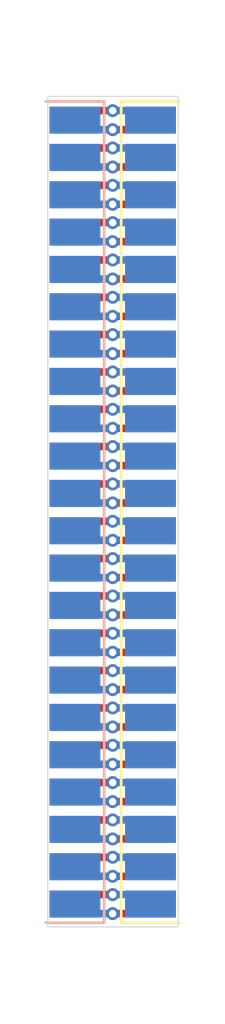
<source format=kicad_pcb>
(kicad_pcb (version 20211014) (generator pcbnew)
  (layers (0 "F.Cu" signal) (31 "B.Cu" signal) (34 "B.Paste" user) (35 "F.Paste" user) (36 "B.SilkS" user "B.Silkscreen") (37 "F.SilkS" user "F.Silkscreen") (38 "B.Mask" user) (39 "F.Mask" user) (44 "Edge.Cuts" user))
  (net 0 "")
  (net 1 "+5V")
  (net 2 "GND")
  (net 3 "/_CS1")
  (net 4 "/DA2")
  (net 5 "/PDIAG")
  (net 6 "/_IOCS16")
  (net 7 "/CSEL")
  (net 8 "/KEY")
  (net 9 "/DD15")
  (net 10 "/DD14")
  (net 11 "/DD13")
  (net 12 "/DD12")
  (net 13 "/DD11")
  (net 14 "/DD10")
  (net 15 "/DD9")
  (net 16 "/DD8")
  (net 17 "/_ACTIVE")
  (net 18 "/_CS0")
  (net 19 "/DA0")
  (net 20 "/DA1")
  (net 21 "/INTRQ")
  (net 22 "/_DMACK")
  (net 23 "/IORDY")
  (net 24 "/_DIOR")
  (net 25 "/_DIOW")
  (net 26 "/DMARQ")
  (net 27 "/DD0")
  (net 28 "/DD1")
  (net 29 "/DD2")
  (net 30 "/DD3")
  (net 31 "/DD4")
  (net 32 "/DD5")
  (net 33 "/DD6")
  (net 34 "/DD7")
  (net 35 "/_DRESET")
  (net 36 "/_TYPE")
  (footprint "Sassa:Pin_Header_2x22_Male_EdgeMount_Pitch2.00mm" (layer "F.Cu") (at 199.517 73.025 90)
    (fp_text reference "J2" hide)
    (fp_text value "IDE 44 output")
    (fp_line (start 1 -1.575) (end -43 -1.575) (layer "F.SilkS") (width 0.15))
    (fp_line (start 1 1.575) (end 1 -1.575) (layer "F.SilkS") (width 0.15))
    (fp_line (start -43 1.575) (end -43 -1.575) (layer "F.SilkS") (width 0.15))
    (pad "1" smd rect locked (at 0 0 90) (size 1.454 2.74) (layers "F.Cu" "F.Paste" "F.Mask") (net 35 "/_DRESET"))
    (pad "2" smd rect locked (at 0 0 90) (size 1.454 2.74) (layers "B.Cu" "B.Paste" "B.Mask") (net 2 "GND"))
    (pad "3" smd rect locked (at -2 0 90) (size 1.454 2.74) (layers "F.Cu" "F.Paste" "F.Mask") (net 34 "/DD7"))
    (pad "4" smd rect locked (at -2 0 90) (size 1.454 2.74) (layers "B.Cu" "B.Paste" "B.Mask") (net 16 "/DD8"))
    (pad "5" smd rect locked (at -4 0 90) (size 1.454 2.74) (layers "F.Cu" "F.Paste" "F.Mask") (net 33 "/DD6"))
    (pad "6" smd rect locked (at -4 0 90) (size 1.454 2.74) (layers "B.Cu" "B.Paste" "B.Mask") (net 15 "/DD9"))
    (pad "7" smd rect locked (at -6 0 90) (size 1.454 2.74) (layers "F.Cu" "F.Paste" "F.Mask") (net 32 "/DD5"))
    (pad "8" smd rect locked (at -6 0 90) (size 1.454 2.74) (layers "B.Cu" "B.Paste" "B.Mask") (net 14 "/DD10"))
    (pad "9" smd rect locked (at -8 0 90) (size 1.454 2.74) (layers "F.Cu" "F.Paste" "F.Mask") (net 31 "/DD4"))
    (pad "10" smd rect locked (at -8 0 90) (size 1.454 2.74) (layers "B.Cu" "B.Paste" "B.Mask") (net 13 "/DD11"))
    (pad "11" smd rect locked (at -10 0 90) (size 1.454 2.74) (layers "F.Cu" "F.Paste" "F.Mask") (net 30 "/DD3"))
    (pad "12" smd rect locked (at -10 0 90) (size 1.454 2.74) (layers "B.Cu" "B.Paste" "B.Mask") (net 12 "/DD12"))
    (pad "13" smd rect locked (at -12 0 90) (size 1.454 2.74) (layers "F.Cu" "F.Paste" "F.Mask") (net 29 "/DD2"))
    (pad "14" smd rect locked (at -12 0 90) (size 1.454 2.74) (layers "B.Cu" "B.Paste" "B.Mask") (net 11 "/DD13"))
    (pad "15" smd rect locked (at -14 0 90) (size 1.454 2.74) (layers "F.Cu" "F.Paste" "F.Mask") (net 28 "/DD1"))
    (pad "16" smd rect locked (at -14 0 90) (size 1.454 2.74) (layers "B.Cu" "B.Paste" "B.Mask") (net 10 "/DD14"))
    (pad "17" smd rect locked (at -16 0 90) (size 1.454 2.74) (layers "F.Cu" "F.Paste" "F.Mask") (net 27 "/DD0"))
    (pad "18" smd rect locked (at -16 0 90) (size 1.454 2.74) (layers "B.Cu" "B.Paste" "B.Mask") (net 9 "/DD15"))
    (pad "19" smd rect locked (at -18 0 90) (size 1.454 2.74) (layers "F.Cu" "F.Paste" "F.Mask") (net 2 "GND"))
    (pad "20" smd rect locked (at -18 0 90) (size 1.454 2.74) (layers "B.Cu" "B.Paste" "B.Mask") (net 8 "/KEY"))
    (pad "21" smd rect locked (at -20 0 90) (size 1.454 2.74) (layers "F.Cu" "F.Paste" "F.Mask") (net 26 "/DMARQ"))
    (pad "22" smd rect locked (at -20 0 90) (size 1.454 2.74) (layers "B.Cu" "B.Paste" "B.Mask") (net 2 "GND"))
    (pad "23" smd rect locked (at -22 0 90) (size 1.454 2.74) (layers "F.Cu" "F.Paste" "F.Mask") (net 25 "/_DIOW"))
    (pad "24" smd rect locked (at -22 0 90) (size 1.454 2.74) (layers "B.Cu" "B.Paste" "B.Mask") (net 2 "GND"))
    (pad "25" smd rect locked (at -24 0 90) (size 1.454 2.74) (layers "F.Cu" "F.Paste" "F.Mask") (net 24 "/_DIOR"))
    (pad "26" smd rect locked (at -24 0 90) (size 1.454 2.74) (layers "B.Cu" "B.Paste" "B.Mask") (net 2 "GND"))
    (pad "27" smd rect locked (at -26 0 90) (size 1.454 2.74) (layers "F.Cu" "F.Paste" "F.Mask") (net 23 "/IORDY"))
    (pad "28" smd rect locked (at -26 0 90) (size 1.454 2.74) (layers "B.Cu" "B.Paste" "B.Mask") (net 7 "/CSEL"))
    (pad "29" smd rect locked (at -28 0 90) (size 1.454 2.74) (layers "F.Cu" "F.Paste" "F.Mask") (net 22 "/_DMACK"))
    (pad "30" smd rect locked (at -28 0 90) (size 1.454 2.74) (layers "B.Cu" "B.Paste" "B.Mask") (net 2 "GND"))
    (pad "31" smd rect locked (at -30 0 90) (size 1.454 2.74) (layers "F.Cu" "F.Paste" "F.Mask") (net 21 "/INTRQ"))
    (pad "32" smd rect locked (at -30 0 90) (size 1.454 2.74) (layers "B.Cu" "B.Paste" "B.Mask") (net 6 "/_IOCS16"))
    (pad "33" smd rect locked (at -32 0 90) (size 1.454 2.74) (layers "F.Cu" "F.Paste" "F.Mask") (net 20 "/DA1"))
    (pad "34" smd rect locked (at -32 0 90) (size 1.454 2.74) (layers "B.Cu" "B.Paste" "B.Mask") (net 5 "/PDIAG"))
    (pad "35" smd rect locked (at -34 0 90) (size 1.454 2.74) (layers "F.Cu" "F.Paste" "F.Mask") (net 19 "/DA0"))
    (pad "36" smd rect locked (at -34 0 90) (size 1.454 2.74) (layers "B.Cu" "B.Paste" "B.Mask") (net 4 "/DA2"))
    (pad "37" smd rect locked (at -36 0 90) (size 1.454 2.74) (layers "F.Cu" "F.Paste" "F.Mask") (net 18 "/_CS0"))
    (pad "38" smd rect locked (at -36 0 90) (size 1.454 2.74) (layers "B.Cu" "B.Paste" "B.Mask") (net 3 "/_CS1"))
    (pad "39" smd rect locked (at -38 0 90) (size 1.454 2.74) (layers "F.Cu" "F.Paste" "F.Mask") (net 17 "/_ACTIVE"))
    (pad "40" smd rect locked (at -38 0 90) (size 1.454 2.74) (layers "B.Cu" "B.Paste" "B.Mask") (net 2 "GND"))
    (pad "41" smd rect locked (at -40 0 90) (size 1.454 2.74) (layers "F.Cu" "F.Paste" "F.Mask") (net 1 "+5V"))
    (pad "42" smd rect locked (at -40 0 90) (size 1.454 2.74) (layers "B.Cu" "B.Paste" "B.Mask") (net 1 "+5V"))
    (pad "43" smd rect locked (at -42 0 90) (size 1.454 2.74) (layers "F.Cu" "F.Paste" "F.Mask") (net 2 "GND"))
    (pad "44" smd rect locked (at -42 0 90) (size 1.454 2.74) (layers "B.Cu" "B.Paste" "B.Mask") (net 36 "/_TYPE"))
  )
  (footprint "Sassa:Pin_Header_2x22_Male_EdgeMount_Pitch2.00mm" (layer "B.Cu") (at 195.453 73.025 90)
    (fp_text reference "J1" hide)
    (fp_text value "IDE 44 input")
    (fp_line (start 1 -1.575) (end 1 1.575) (layer "B.SilkS") (width 0.15))
    (fp_line (start -43 -1.575) (end -43 1.575) (layer "B.SilkS") (width 0.15))
    (fp_line (start 1 1.575) (end -43 1.575) (layer "B.SilkS") (width 0.15))
    (pad "1" smd rect locked (at 0 0 90) (size 1.454 2.74) (layers "B.Cu" "B.Paste" "B.Mask") (net 35 "/_DRESET"))
    (pad "2" smd rect locked (at 0 0 90) (size 1.454 2.74) (layers "F.Cu" "F.Paste" "F.Mask") (net 2 "GND"))
    (pad "3" smd rect locked (at -2 0 90) (size 1.454 2.74) (layers "B.Cu" "B.Paste" "B.Mask") (net 34 "/DD7"))
    (pad "4" smd rect locked (at -2 0 90) (size 1.454 2.74) (layers "F.Cu" "F.Paste" "F.Mask") (net 16 "/DD8"))
    (pad "5" smd rect locked (at -4 0 90) (size 1.454 2.74) (layers "B.Cu" "B.Paste" "B.Mask") (net 33 "/DD6"))
    (pad "6" smd rect locked (at -4 0 90) (size 1.454 2.74) (layers "F.Cu" "F.Paste" "F.Mask") (net 15 "/DD9"))
    (pad "7" smd rect locked (at -6 0 90) (size 1.454 2.74) (layers "B.Cu" "B.Paste" "B.Mask") (net 32 "/DD5"))
    (pad "8" smd rect locked (at -6 0 90) (size 1.454 2.74) (layers "F.Cu" "F.Paste" "F.Mask") (net 14 "/DD10"))
    (pad "9" smd rect locked (at -8 0 90) (size 1.454 2.74) (layers "B.Cu" "B.Paste" "B.Mask") (net 31 "/DD4"))
    (pad "10" smd rect locked (at -8 0 90) (size 1.454 2.74) (layers "F.Cu" "F.Paste" "F.Mask") (net 13 "/DD11"))
    (pad "11" smd rect locked (at -10 0 90) (size 1.454 2.74) (layers "B.Cu" "B.Paste" "B.Mask") (net 30 "/DD3"))
    (pad "12" smd rect locked (at -10 0 90) (size 1.454 2.74) (layers "F.Cu" "F.Paste" "F.Mask") (net 12 "/DD12"))
    (pad "13" smd rect locked (at -12 0 90) (size 1.454 2.74) (layers "B.Cu" "B.Paste" "B.Mask") (net 29 "/DD2"))
    (pad "14" smd rect locked (at -12 0 90) (size 1.454 2.74) (layers "F.Cu" "F.Paste" "F.Mask") (net 11 "/DD13"))
    (pad "15" smd rect locked (at -14 0 90) (size 1.454 2.74) (layers "B.Cu" "B.Paste" "B.Mask") (net 28 "/DD1"))
    (pad "16" smd rect locked (at -14 0 90) (size 1.454 2.74) (layers "F.Cu" "F.Paste" "F.Mask") (net 10 "/DD14"))
    (pad "17" smd rect locked (at -16 0 90) (size 1.454 2.74) (layers "B.Cu" "B.Paste" "B.Mask") (net 27 "/DD0"))
    (pad "18" smd rect locked (at -16 0 90) (size 1.454 2.74) (layers "F.Cu" "F.Paste" "F.Mask") (net 9 "/DD15"))
    (pad "19" smd rect locked (at -18 0 90) (size 1.454 2.74) (layers "B.Cu" "B.Paste" "B.Mask") (net 2 "GND"))
    (pad "20" smd rect locked (at -18 0 90) (size 1.454 2.74) (layers "F.Cu" "F.Paste" "F.Mask") (net 8 "/KEY"))
    (pad "21" smd rect locked (at -20 0 90) (size 1.454 2.74) (layers "B.Cu" "B.Paste" "B.Mask") (net 26 "/DMARQ"))
    (pad "22" smd rect locked (at -20 0 90) (size 1.454 2.74) (layers "F.Cu" "F.Paste" "F.Mask") (net 2 "GND"))
    (pad "23" smd rect locked (at -22 0 90) (size 1.454 2.74) (layers "B.Cu" "B.Paste" "B.Mask") (net 25 "/_DIOW"))
    (pad "24" smd rect locked (at -22 0 90) (size 1.454 2.74) (layers "F.Cu" "F.Paste" "F.Mask") (net 2 "GND"))
    (pad "25" smd rect locked (at -24 0 90) (size 1.454 2.74) (layers "B.Cu" "B.Paste" "B.Mask") (net 24 "/_DIOR"))
    (pad "26" smd rect locked (at -24 0 90) (size 1.454 2.74) (layers "F.Cu" "F.Paste" "F.Mask") (net 2 "GND"))
    (pad "27" smd rect locked (at -26 0 90) (size 1.454 2.74) (layers "B.Cu" "B.Paste" "B.Mask") (net 23 "/IORDY"))
    (pad "28" smd rect locked (at -26 0 90) (size 1.454 2.74) (layers "F.Cu" "F.Paste" "F.Mask") (net 7 "/CSEL"))
    (pad "29" smd rect locked (at -28 0 90) (size 1.454 2.74) (layers "B.Cu" "B.Paste" "B.Mask") (net 22 "/_DMACK"))
    (pad "30" smd rect locked (at -28 0 90) (size 1.454 2.74) (layers "F.Cu" "F.Paste" "F.Mask") (net 2 "GND"))
    (pad "31" smd rect locked (at -30 0 90) (size 1.454 2.74) (layers "B.Cu" "B.Paste" "B.Mask") (net 21 "/INTRQ"))
    (pad "32" smd rect locked (at -30 0 90) (size 1.454 2.74) (layers "F.Cu" "F.Paste" "F.Mask") (net 6 "/_IOCS16"))
    (pad "33" smd rect locked (at -32 0 90) (size 1.454 2.74) (layers "B.Cu" "B.Paste" "B.Mask") (net 20 "/DA1"))
    (pad "34" smd rect locked (at -32 0 90) (size 1.454 2.74) (layers "F.Cu" "F.Paste" "F.Mask") (net 5 "/PDIAG"))
    (pad "35" smd rect locked (at -34 0 90) (size 1.454 2.74) (layers "B.Cu" "B.Paste" "B.Mask") (net 19 "/DA0"))
    (pad "36" smd rect locked (at -34 0 90) (size 1.454 2.74) (layers "F.Cu" "F.Paste" "F.Mask") (net 4 "/DA2"))
    (pad "37" smd rect locked (at -36 0 90) (size 1.454 2.74) (layers "B.Cu" "B.Paste" "B.Mask") (net 18 "/_CS0"))
    (pad "38" smd rect locked (at -36 0 90) (size 1.454 2.74) (layers "F.Cu" "F.Paste" "F.Mask") (net 3 "/_CS1"))
    (pad "39" smd rect locked (at -38 0 90) (size 1.454 2.74) (layers "B.Cu" "B.Paste" "B.Mask") (net 17 "/_ACTIVE"))
    (pad "40" smd rect locked (at -38 0 90) (size 1.454 2.74) (layers "F.Cu" "F.Paste" "F.Mask") (net 2 "GND"))
    (pad "41" smd rect locked (at -40 0 90) (size 1.454 2.74) (layers "B.Cu" "B.Paste" "B.Mask") (net 1 "+5V"))
    (pad "42" smd rect locked (at -40 0 90) (size 1.454 2.74) (layers "F.Cu" "F.Paste" "F.Mask") (net 1 "+5V"))
    (pad "43" smd rect locked (at -42 0 90) (size 1.454 2.74) (layers "B.Cu" "B.Paste" "B.Mask") (net 2 "GND"))
    (pad "44" smd rect locked (at -42 0 90) (size 1.454 2.74) (layers "F.Cu" "F.Paste" "F.Mask") (net 36 "/_TYPE"))
  )
  (gr_line (start 194 116.25) (end 194 71.75) (layer "Edge.Cuts") (width 0.05))
  (gr_line (start 201 116.25) (end 194 116.25) (layer "Edge.Cuts") (width 0.05))
  (gr_line (start 194 71.75) (end 201 71.75) (layer "Edge.Cuts") (width 0.05))
  (gr_line (start 201 71.75) (end 201 116.25) (layer "Edge.Cuts") (width 0.05))
  (segment (start 199.517 113.025) (end 199.005102 113.536898) (width 0.4) (layer "F.Cu") (net 1))
  (segment (start 196.919315 112.517) (end 197.485 112.517) (width 0.4) (layer "F.Cu") (net 1))
  (segment (start 199.005102 113.536898) (end 198.046775 113.536898) (width 0.4) (layer "F.Cu") (net 1))
  (segment (start 195.453 113.025) (end 195.961 112.517) (width 0.4) (layer "F.Cu") (net 1))
  (segment (start 195.961 112.517) (end 196.919315 112.517) (width 0.4) (layer "F.Cu") (net 1))
  (segment (start 198.046775 113.536898) (end 197.48109 113.536898) (width 0.4) (layer "F.Cu") (net 1))
  (via (at 197.48109 113.536898) (size 0.7) (drill 0.4) (layers "F.Cu" "B.Cu") (net 1))
  (via (at 197.485 112.517) (size 0.7) (drill 0.4) (layers "F.Cu" "B.Cu") (net 1))
  (segment (start 196.915405 113.536898) (end 197.48109 113.536898) (width 0.4) (layer "B.Cu") (net 1))
  (segment (start 195.453 113.025) (end 195.964898 113.536898) (width 0.4) (layer "B.Cu") (net 1))
  (segment (start 199.009 112.517) (end 198.050685 112.517) (width 0.4) (layer "B.Cu") (net 1))
  (segment (start 199.517 113.025) (end 199.009 112.517) (width 0.4) (layer "B.Cu") (net 1))
  (segment (start 198.050685 112.517) (end 197.485 112.517) (width 0.4) (layer "B.Cu") (net 1))
  (segment (start 195.964898 113.536898) (end 196.915405 113.536898) (width 0.4) (layer "B.Cu") (net 1))
  (segment (start 199.517 91.025) (end 199.005102 91.536898) (width 0.4) (layer "F.Cu") (net 2))
  (segment (start 199.005102 91.536898) (end 198.046775 91.536898) (width 0.4) (layer "F.Cu") (net 2))
  (segment (start 198.046775 91.536898) (end 197.48109 91.536898) (width 0.4) (layer "F.Cu") (net 2))
  (segment (start 196.919315 92.517) (end 197.485 92.517) (width 0.4) (layer "F.Cu") (net 2))
  (segment (start 195.453 93.025) (end 195.961 92.517) (width 0.4) (layer "F.Cu") (net 2))
  (segment (start 195.961 92.517) (end 196.919315 92.517) (width 0.4) (layer "F.Cu") (net 2))
  (segment (start 195.453 95.025) (end 195.961 94.517) (width 0.4) (layer "F.Cu") (net 2))
  (segment (start 195.961 94.517) (end 196.919315 94.517) (width 0.4) (layer "F.Cu") (net 2))
  (segment (start 196.919315 94.517) (end 197.485 94.517) (width 0.4) (layer "F.Cu") (net 2))
  (segment (start 195.453 97.025) (end 195.961 96.517) (width 0.4) (layer "F.Cu") (net 2))
  (segment (start 195.961 96.517) (end 196.919315 96.517) (width 0.4) (layer "F.Cu") (net 2))
  (segment (start 196.919315 96.517) (end 197.485 96.517) (width 0.4) (layer "F.Cu") (net 2))
  (segment (start 195.453 101.025) (end 195.961 100.517) (width 0.4) (layer "F.Cu") (net 2))
  (segment (start 196.919315 100.517) (end 197.485 100.517) (width 0.4) (layer "F.Cu") (net 2))
  (segment (start 195.961 100.517) (end 196.919315 100.517) (width 0.4) (layer "F.Cu") (net 2))
  (segment (start 195.453 111.025) (end 195.961 110.517) (width 0.4) (layer "F.Cu") (net 2))
  (segment (start 196.919315 110.517) (end 197.485 110.517) (width 0.4) (layer "F.Cu") (net 2))
  (segment (start 195.961 110.517) (end 196.919315 110.517) (width 0.4) (layer "F.Cu") (net 2))
  (segment (start 199.005102 115.536898) (end 198.046775 115.536898) (width 0.4) (layer "F.Cu") (net 2))
  (segment (start 199.517 115.025) (end 199.005102 115.536898) (width 0.4) (layer "F.Cu") (net 2))
  (segment (start 198.046775 115.536898) (end 197.48109 115.536898) (width 0.4) (layer "F.Cu") (net 2))
  (segment (start 195.453 73.025) (end 195.961 72.517) (width 0.4) (layer "F.Cu") (net 2))
  (segment (start 196.919315 72.517) (end 197.485 72.517) (width 0.4) (layer "F.Cu") (net 2))
  (segment (start 195.961 72.517) (end 196.919315 72.517) (width 0.4) (layer "F.Cu") (net 2))
  (via (at 197.48109 91.536898) (size 0.7) (drill 0.4) (layers "F.Cu" "B.Cu") (net 2))
  (via (at 197.485 92.517) (size 0.7) (drill 0.4) (layers "F.Cu" "B.Cu") (net 2))
  (via (at 197.485 94.517) (size 0.7) (drill 0.4) (layers "F.Cu" "B.Cu") (net 2))
  (via (at 197.485 96.517) (size 0.7) (drill 0.4) (layers "F.Cu" "B.Cu") (net 2))
  (via (at 197.485 100.517) (size 0.7) (drill 0.4) (layers "F.Cu" "B.Cu") (net 2))
  (via (at 197.485 110.517) (size 0.7) (drill 0.4) (layers "F.Cu" "B.Cu") (net 2))
  (via (at 197.48109 115.536898) (size 0.7) (drill 0.4) (layers "F.Cu" "B.Cu") (net 2))
  (via (at 197.485 72.517) (size 0.7) (drill 0.4) (layers "F.Cu" "B.Cu") (net 2))
  (segment (start 195.964898 91.536898) (end 196.915405 91.536898) (width 0.4) (layer "B.Cu") (net 2))
  (segment (start 195.453 91.025) (end 195.964898 91.536898) (width 0.4) (layer "B.Cu") (net 2))
  (segment (start 196.915405 91.536898) (end 197.48109 91.536898) (width 0.4) (layer "B.Cu") (net 2))
  (segment (start 199.517 93.025) (end 199.009 92.517) (width 0.4) (layer "B.Cu") (net 2))
  (segment (start 199.009 92.517) (end 198.050685 92.517) (width 0.4) (layer "B.Cu") (net 2))
  (segment (start 198.050685 92.517) (end 197.485 92.517) (width 0.4) (layer "B.Cu") (net 2))
  (segment (start 198.050685 94.517) (end 197.485 94.517) (width 0.4) (layer "B.Cu") (net 2))
  (segment (start 199.009 94.517) (end 198.050685 94.517) (width 0.4) (layer "B.Cu") (net 2))
  (segment (start 199.517 95.025) (end 199.009 94.517) (width 0.4) (layer "B.Cu") (net 2))
  (segment (start 198.050685 96.517) (end 197.485 96.517) (width 0.4) (layer "B.Cu") (net 2))
  (segment (start 199.009 96.517) (end 198.050685 96.517) (width 0.4) (layer "B.Cu") (net 2))
  (segment (start 199.517 97.025) (end 199.009 96.517) (width 0.4) (layer "B.Cu") (net 2))
  (segment (start 198.050685 100.517) (end 197.485 100.517) (width 0.4) (layer "B.Cu") (net 2))
  (segment (start 199.009 100.517) (end 198.050685 100.517) (width 0.4) (layer "B.Cu") (net 2))
  (segment (start 199.517 101.025) (end 199.009 100.517) (width 0.4) (layer "B.Cu") (net 2))
  (segment (start 199.517 111.025) (end 199.009 110.517) (width 0.4) (layer "B.Cu") (net 2))
  (segment (start 198.050685 110.517) (end 197.485 110.517) (width 0.4) (layer "B.Cu") (net 2))
  (segment (start 199.009 110.517) (end 198.050685 110.517) (width 0.4) (layer "B.Cu") (net 2))
  (segment (start 195.964898 115.536898) (end 196.915405 115.536898) (width 0.4) (layer "B.Cu") (net 2))
  (segment (start 196.915405 115.536898) (end 197.48109 115.536898) (width 0.4) (layer "B.Cu") (net 2))
  (segment (start 195.453 115.025) (end 195.964898 115.536898) (width 0.4) (layer "B.Cu") (net 2))
  (segment (start 199.009 72.517) (end 198.050685 72.517) (width 0.4) (layer "B.Cu") (net 2))
  (segment (start 199.517 73.025) (end 199.009 72.517) (width 0.4) (layer "B.Cu") (net 2))
  (segment (start 198.050685 72.517) (end 197.485 72.517) (width 0.4) (layer "B.Cu") (net 2))
  (segment (start 195.961 108.517) (end 196.919315 108.517) (width 0.4) (layer "F.Cu") (net 3))
  (segment (start 196.919315 108.517) (end 197.485 108.517) (width 0.4) (layer "F.Cu") (net 3))
  (segment (start 195.453 109.025) (end 195.961 108.517) (width 0.4) (layer "F.Cu") (net 3))
  (via (at 197.485 108.517) (size 0.7) (drill 0.4) (layers "F.Cu" "B.Cu") (net 3))
  (segment (start 198.050685 108.517) (end 197.485 108.517) (width 0.4) (layer "B.Cu") (net 3))
  (segment (start 199.517 109.025) (end 199.009 108.517) (width 0.4) (layer "B.Cu") (net 3))
  (segment (start 199.009 108.517) (end 198.050685 108.517) (width 0.4) (layer "B.Cu") (net 3))
  (segment (start 195.453 107.025) (end 195.961 106.517) (width 0.4) (layer "F.Cu") (net 4))
  (segment (start 196.919315 106.517) (end 197.485 106.517) (width 0.4) (layer "F.Cu") (net 4))
  (segment (start 195.961 106.517) (end 196.919315 106.517) (width 0.4) (layer "F.Cu") (net 4))
  (via (at 197.485 106.517) (size 0.7) (drill 0.4) (layers "F.Cu" "B.Cu") (net 4))
  (segment (start 199.009 106.517) (end 198.050685 106.517) (width 0.4) (layer "B.Cu") (net 4))
  (segment (start 199.517 107.025) (end 199.009 106.517) (width 0.4) (layer "B.Cu") (net 4))
  (segment (start 198.050685 106.517) (end 197.485 106.517) (width 0.4) (layer "B.Cu") (net 4))
  (segment (start 195.453 105.025) (end 195.961 104.517) (width 0.4) (layer "F.Cu") (net 5))
  (segment (start 196.919315 104.517) (end 197.485 104.517) (width 0.4) (layer "F.Cu") (net 5))
  (segment (start 195.961 104.517) (end 196.919315 104.517) (width 0.4) (layer "F.Cu") (net 5))
  (via (at 197.485 104.517) (size 0.7) (drill 0.4) (layers "F.Cu" "B.Cu") (net 5))
  (segment (start 199.517 105.025) (end 199.009 104.517) (width 0.4) (layer "B.Cu") (net 5))
  (segment (start 198.050685 104.517) (end 197.485 104.517) (width 0.4) (layer "B.Cu") (net 5))
  (segment (start 199.009 104.517) (end 198.050685 104.517) (width 0.4) (layer "B.Cu") (net 5))
  (segment (start 196.919315 102.517) (end 197.485 102.517) (width 0.4) (layer "F.Cu") (net 6))
  (segment (start 195.961 102.517) (end 196.919315 102.517) (width 0.4) (layer "F.Cu") (net 6))
  (segment (start 195.453 103.025) (end 195.961 102.517) (width 0.4) (layer "F.Cu") (net 6))
  (via (at 197.485 102.517) (size 0.7) (drill 0.4) (layers "F.Cu" "B.Cu") (net 6))
  (segment (start 199.009 102.517) (end 198.050685 102.517) (width 0.4) (layer "B.Cu") (net 6))
  (segment (start 198.050685 102.517) (end 197.485 102.517) (width 0.4) (layer "B.Cu") (net 6))
  (segment (start 199.517 103.025) (end 199.009 102.517) (width 0.4) (layer "B.Cu") (net 6))
  (segment (start 195.961 98.517) (end 196.919315 98.517) (width 0.4) (layer "F.Cu") (net 7))
  (segment (start 196.919315 98.517) (end 197.485 98.517) (width 0.4) (layer "F.Cu") (net 7))
  (segment (start 195.453 99.025) (end 195.961 98.517) (width 0.4) (layer "F.Cu") (net 7))
  (segment (start 196.919315 98.517) (end 197.485 98.517) (width 0.4) (layer "F.Cu") (net 7))
  (segment (start 195.453 99.025) (end 195.961 98.517) (width 0.4) (layer "F.Cu") (net 7))
  (segment (start 195.961 98.517) (end 196.919315 98.517) (width 0.4) (layer "F.Cu") (net 7))
  (via (at 197.485 98.517) (size 0.7) (drill 0.4) (layers "F.Cu" "B.Cu") (net 7))
  (segment (start 199.009 98.517) (end 198.050685 98.517) (width 0.4) (layer "B.Cu") (net 7))
  (segment (start 199.517 99.025) (end 199.009 98.517) (width 0.4) (layer "B.Cu") (net 7))
  (segment (start 198.050685 98.517) (end 197.485 98.517) (width 0.4) (layer "B.Cu") (net 7))
  (segment (start 199.517 99.025) (end 199.009 98.517) (width 0.4) (layer "B.Cu") (net 7))
  (segment (start 198.050685 98.517) (end 197.485 98.517) (width 0.4) (layer "B.Cu") (net 7))
  (segment (start 199.009 98.517) (end 198.050685 98.517) (width 0.4) (layer "B.Cu") (net 7))
  (segment (start 195.453 91.025) (end 195.961 90.517) (width 0.4) (layer "F.Cu") (net 8))
  (segment (start 196.919315 90.517) (end 197.485 90.517) (width 0.4) (layer "F.Cu") (net 8))
  (segment (start 195.961 90.517) (end 196.919315 90.517) (width 0.4) (layer "F.Cu") (net 8))
  (via (at 197.485 90.517) (size 0.7) (drill 0.4) (layers "F.Cu" "B.Cu") (net 8))
  (segment (start 199.009 90.517) (end 198.050685 90.517) (width 0.4) (layer "B.Cu") (net 8))
  (segment (start 199.517 91.025) (end 199.009 90.517) (width 0.4) (layer "B.Cu") (net 8))
  (segment (start 198.050685 90.517) (end 197.485 90.517) (width 0.4) (layer "B.Cu") (net 8))
  (segment (start 196.919315 88.517) (end 197.485 88.517) (width 0.4) (layer "F.Cu") (net 9))
  (segment (start 195.453 89.025) (end 195.961 88.517) (width 0.4) (layer "F.Cu") (net 9))
  (segment (start 195.961 88.517) (end 196.919315 88.517) (width 0.4) (layer "F.Cu") (net 9))
  (via (at 197.485 88.517) (size 0.7) (drill 0.4) (layers "F.Cu" "B.Cu") (net 9))
  (segment (start 199.517 89.025) (end 199.009 88.517) (width 0.4) (layer "B.Cu") (net 9))
  (segment (start 199.009 88.517) (end 198.050685 88.517) (width 0.4) (layer "B.Cu") (net 9))
  (segment (start 198.050685 88.517) (end 197.485 88.517) (width 0.4) (layer "B.Cu") (net 9))
  (segment (start 195.453 87.025) (end 195.961 86.517) (width 0.4) (layer "F.Cu") (net 10))
  (segment (start 195.961 86.517) (end 196.919315 86.517) (width 0.4) (layer "F.Cu") (net 10))
  (segment (start 196.919315 86.517) (end 197.485 86.517) (width 0.4) (layer "F.Cu") (net 10))
  (via (at 197.485 86.517) (size 0.7) (drill 0.4) (layers "F.Cu" "B.Cu") (net 10))
  (segment (start 198.050685 86.517) (end 197.485 86.517) (width 0.4) (layer "B.Cu") (net 10))
  (segment (start 199.517 87.025) (end 199.009 86.517) (width 0.4) (layer "B.Cu") (net 10))
  (segment (start 199.009 86.517) (end 198.050685 86.517) (width 0.4) (layer "B.Cu") (net 10))
  (segment (start 196.919315 84.517) (end 197.485 84.517) (width 0.4) (layer "F.Cu") (net 11))
  (segment (start 195.453 85.025) (end 195.961 84.517) (width 0.4) (layer "F.Cu") (net 11))
  (segment (start 195.961 84.517) (end 196.919315 84.517) (width 0.4) (layer "F.Cu") (net 11))
  (via (at 197.485 84.517) (size 0.7) (drill 0.4) (layers "F.Cu" "B.Cu") (net 11))
  (segment (start 198.050685 84.517) (end 197.485 84.517) (width 0.4) (layer "B.Cu") (net 11))
  (segment (start 199.517 85.025) (end 199.009 84.517) (width 0.4) (layer "B.Cu") (net 11))
  (segment (start 199.009 84.517) (end 198.050685 84.517) (width 0.4) (layer "B.Cu") (net 11))
  (segment (start 196.919315 82.517) (end 197.485 82.517) (width 0.4) (layer "F.Cu") (net 12))
  (segment (start 195.453 83.025) (end 195.961 82.517) (width 0.4) (layer "F.Cu") (net 12))
  (segment (start 195.961 82.517) (end 196.919315 82.517) (width 0.4) (layer "F.Cu") (net 12))
  (via (at 197.485 82.517) (size 0.7) (drill 0.4) (layers "F.Cu" "B.Cu") (net 12))
  (segment (start 198.050685 82.517) (end 197.485 82.517) (width 0.4) (layer "B.Cu") (net 12))
  (segment (start 199.009 82.517) (end 198.050685 82.517) (width 0.4) (layer "B.Cu") (net 12))
  (segment (start 199.517 83.025) (end 199.009 82.517) (width 0.4) (layer "B.Cu") (net 12))
  (segment (start 195.961 80.517) (end 196.919315 80.517) (width 0.4) (layer "F.Cu") (net 13))
  (segment (start 195.453 81.025) (end 195.961 80.517) (width 0.4) (layer "F.Cu") (net 13))
  (segment (start 196.919315 80.517) (end 197.485 80.517) (width 0.4) (layer "F.Cu") (net 13))
  (via (at 197.485 80.517) (size 0.7) (drill 0.4) (layers "F.Cu" "B.Cu") (net 13))
  (segment (start 199.517 81.025) (end 199.009 80.517) (width 0.4) (layer "B.Cu") (net 13))
  (segment (start 198.050685 80.517) (end 197.485 80.517) (width 0.4) (layer "B.Cu") (net 13))
  (segment (start 199.009 80.517) (end 198.050685 80.517) (width 0.4) (layer "B.Cu") (net 13))
  (segment (start 195.961 78.517) (end 196.919315 78.517) (width 0.4) (layer "F.Cu") (net 14))
  (segment (start 196.919315 78.517) (end 197.485 78.517) (width 0.4) (layer "F.Cu") (net 14))
  (segment (start 195.453 79.025) (end 195.961 78.517) (width 0.4) (layer "F.Cu") (net 14))
  (via (at 197.485 78.517) (size 0.7) (drill 0.4) (layers "F.Cu" "B.Cu") (net 14))
  (segment (start 199.009 78.517) (end 198.050685 78.517) (width 0.4) (layer "B.Cu") (net 14))
  (segment (start 199.517 79.025) (end 199.009 78.517) (width 0.4) (layer "B.Cu") (net 14))
  (segment (start 198.050685 78.517) (end 197.485 78.517) (width 0.4) (layer "B.Cu") (net 14))
  (segment (start 195.961 76.517) (end 196.919315 76.517) (width 0.4) (layer "F.Cu") (net 15))
  (segment (start 196.919315 76.517) (end 197.485 76.517) (width 0.4) (layer "F.Cu") (net 15))
  (segment (start 195.453 77.025) (end 195.961 76.517) (width 0.4) (layer "F.Cu") (net 15))
  (via (at 197.485 76.517) (size 0.7) (drill 0.4) (layers "F.Cu" "B.Cu") (net 15))
  (segment (start 199.009 76.517) (end 198.050685 76.517) (width 0.4) (layer "B.Cu") (net 15))
  (segment (start 199.517 77.025) (end 199.009 76.517) (width 0.4) (layer "B.Cu") (net 15))
  (segment (start 198.050685 76.517) (end 197.485 76.517) (width 0.4) (layer "B.Cu") (net 15))
  (segment (start 195.961 74.517) (end 196.919315 74.517) (width 0.4) (layer "F.Cu") (net 16))
  (segment (start 195.453 75.025) (end 195.961 74.517) (width 0.4) (layer "F.Cu") (net 16))
  (segment (start 196.919315 74.517) (end 197.485 74.517) (width 0.4) (layer "F.Cu") (net 16))
  (via (at 197.485 74.517) (size 0.7) (drill 0.4) (layers "F.Cu" "B.Cu") (net 16))
  (segment (start 199.517 75.025) (end 199.009 74.517) (width 0.4) (layer "B.Cu") (net 16))
  (segment (start 198.050685 74.517) (end 197.485 74.517) (width 0.4) (layer "B.Cu") (net 16))
  (segment (start 199.009 74.517) (end 198.050685 74.517) (width 0.4) (layer "B.Cu") (net 16))
  (segment (start 199.517 111.025) (end 199.005102 111.536898) (width 0.4) (layer "F.Cu") (net 17))
  (segment (start 198.046775 111.536898) (end 197.48109 111.536898) (width 0.4) (layer "F.Cu") (net 17))
  (segment (start 199.005102 111.536898) (end 198.046775 111.536898) (width 0.4) (layer "F.Cu") (net 17))
  (via (at 197.48109 111.536898) (size 0.7) (drill 0.4) (layers "F.Cu" "B.Cu") (net 17))
  (segment (start 196.915405 111.536898) (end 197.48109 111.536898) (width 0.4) (layer "B.Cu") (net 17))
  (segment (start 195.453 111.025) (end 195.964898 111.536898) (width 0.4) (layer "B.Cu") (net 17))
  (segment (start 195.964898 111.536898) (end 196.915405 111.536898) (width 0.4) (layer "B.Cu") (net 17))
  (segment (start 199.517 109.025) (end 199.005102 109.536898) (width 0.4) (layer "F.Cu") (net 18))
  (segment (start 198.046775 109.536898) (end 197.48109 109.536898) (width 0.4) (layer "F.Cu") (net 18))
  (segment (start 199.005102 109.536898) (end 198.046775 109.536898) (width 0.4) (layer "F.Cu") (net 18))
  (via (at 197.48109 109.536898) (size 0.7) (drill 0.4) (layers "F.Cu" "B.Cu") (net 18))
  (segment (start 196.915405 109.536898) (end 197.48109 109.536898) (width 0.4) (layer "B.Cu") (net 18))
  (segment (start 195.453 109.025) (end 195.964898 109.536898) (width 0.4) (layer "B.Cu") (net 18))
  (segment (start 195.964898 109.536898) (end 196.915405 109.536898) (width 0.4) (layer "B.Cu") (net 18))
  (segment (start 199.005102 107.536898) (end 198.046775 107.536898) (width 0.4) (layer "F.Cu") (net 19))
  (segment (start 199.517 107.025) (end 199.005102 107.536898) (width 0.4) (layer "F.Cu") (net 19))
  (segment (start 198.046775 107.536898) (end 197.48109 107.536898) (width 0.4) (layer "F.Cu") (net 19))
  (via (at 197.48109 107.536898) (size 0.7) (drill 0.4) (layers "F.Cu" "B.Cu") (net 19))
  (segment (start 195.453 107.025) (end 195.964898 107.536898) (width 0.4) (layer "B.Cu") (net 19))
  (segment (start 195.964898 107.536898) (end 196.915405 107.536898) (width 0.4) (layer "B.Cu") (net 19))
  (segment (start 196.915405 107.536898) (end 197.48109 107.536898) (width 0.4) (layer "B.Cu") (net 19))
  (segment (start 199.517 105.025) (end 199.005102 105.536898) (width 0.4) (layer "F.Cu") (net 20))
  (segment (start 198.046775 105.536898) (end 197.48109 105.536898) (width 0.4) (layer "F.Cu") (net 20))
  (segment (start 199.005102 105.536898) (end 198.046775 105.536898) (width 0.4) (layer "F.Cu") (net 20))
  (via (at 197.48109 105.536898) (size 0.7) (drill 0.4) (layers "F.Cu" "B.Cu") (net 20))
  (segment (start 195.964898 105.536898) (end 196.915405 105.536898) (width 0.4) (layer "B.Cu") (net 20))
  (segment (start 196.915405 105.536898) (end 197.48109 105.536898) (width 0.4) (layer "B.Cu") (net 20))
  (segment (start 195.453 105.025) (end 195.964898 105.536898) (width 0.4) (layer "B.Cu") (net 20))
  (segment (start 199.005102 103.536898) (end 198.046775 103.536898) (width 0.4) (layer "F.Cu") (net 21))
  (segment (start 198.046775 103.536898) (end 197.48109 103.536898) (width 0.4) (layer "F.Cu") (net 21))
  (segment (start 199.517 103.025) (end 199.005102 103.536898) (width 0.4) (layer "F.Cu") (net 21))
  (via (at 197.48109 103.536898) (size 0.7) (drill 0.4) (layers "F.Cu" "B.Cu") (net 21))
  (segment (start 195.453 103.025) (end 195.964898 103.536898) (width 0.4) (layer "B.Cu") (net 21))
  (segment (start 195.964898 103.536898) (end 196.915405 103.536898) (width 0.4) (layer "B.Cu") (net 21))
  (segment (start 196.915405 103.536898) (end 197.48109 103.536898) (width 0.4) (layer "B.Cu") (net 21))
  (segment (start 198.046775 101.536898) (end 197.48109 101.536898) (width 0.4) (layer "F.Cu") (net 22))
  (segment (start 199.517 101.025) (end 199.005102 101.536898) (width 0.4) (layer "F.Cu") (net 22))
  (segment (start 199.005102 101.536898) (end 198.046775 101.536898) (width 0.4) (layer "F.Cu") (net 22))
  (via (at 197.48109 101.536898) (size 0.7) (drill 0.4) (layers "F.Cu" "B.Cu") (net 22))
  (segment (start 195.964898 101.536898) (end 196.915405 101.536898) (width 0.4) (layer "B.Cu") (net 22))
  (segment (start 196.915405 101.536898) (end 197.48109 101.536898) (width 0.4) (layer "B.Cu") (net 22))
  (segment (start 195.453 101.025) (end 195.964898 101.536898) (width 0.4) (layer "B.Cu") (net 22))
  (segment (start 198.046775 99.536898) (end 197.48109 99.536898) (width 0.4) (layer "F.Cu") (net 23))
  (segment (start 199.005102 99.536898) (end 198.046775 99.536898) (width 0.4) (layer "F.Cu") (net 23))
  (segment (start 199.517 99.025) (end 199.005102 99.536898) (width 0.4) (layer "F.Cu") (net 23))
  (segment (start 198.046775 99.536898) (end 197.48109 99.536898) (width 0.4) (layer "F.Cu") (net 23))
  (segment (start 199.005102 99.536898) (end 198.046775 99.536898) (width 0.4) (layer "F.Cu") (net 23))
  (segment (start 199.517 99.025) (end 199.005102 99.536898) (width 0.4) (layer "F.Cu") (net 23))
  (via (at 197.48109 99.536898) (size 0.7) (drill 0.4) (layers "F.Cu" "B.Cu") (net 23))
  (segment (start 196.915405 99.536898) (end 197.48109 99.536898) (width 0.4) (layer "B.Cu") (net 23))
  (segment (start 195.453 99.025) (end 195.964898 99.536898) (width 0.4) (layer "B.Cu") (net 23))
  (segment (start 195.964898 99.536898) (end 196.915405 99.536898) (width 0.4) (layer "B.Cu") (net 23))
  (segment (start 195.964898 99.536898) (end 196.915405 99.536898) (width 0.4) (layer "B.Cu") (net 23))
  (segment (start 196.915405 99.536898) (end 197.48109 99.536898) (width 0.4) (layer "B.Cu") (net 23))
  (segment (start 195.453 99.025) (end 195.964898 99.536898) (width 0.4) (layer "B.Cu") (net 23))
  (segment (start 199.517 97.025) (end 199.005102 97.536898) (width 0.4) (layer "F.Cu") (net 24))
  (segment (start 199.005102 97.536898) (end 198.046775 97.536898) (width 0.4) (layer "F.Cu") (net 24))
  (segment (start 198.046775 97.536898) (end 197.48109 97.536898) (width 0.4) (layer "F.Cu") (net 24))
  (via (at 197.48109 97.536898) (size 0.7) (drill 0.4) (layers "F.Cu" "B.Cu") (net 24))
  (segment (start 196.915405 97.536898) (end 197.48109 97.536898) (width 0.4) (layer "B.Cu") (net 24))
  (segment (start 195.964898 97.536898) (end 196.915405 97.536898) (width 0.4) (layer "B.Cu") (net 24))
  (segment (start 195.453 97.025) (end 195.964898 97.536898) (width 0.4) (layer "B.Cu") (net 24))
  (segment (start 198.046775 95.536898) (end 197.48109 95.536898) (width 0.4) (layer "F.Cu") (net 25))
  (segment (start 199.517 95.025) (end 199.005102 95.536898) (width 0.4) (layer "F.Cu") (net 25))
  (segment (start 199.005102 95.536898) (end 198.046775 95.536898) (width 0.4) (layer "F.Cu") (net 25))
  (via (at 197.48109 95.536898) (size 0.7) (drill 0.4) (layers "F.Cu" "B.Cu") (net 25))
  (segment (start 195.453 95.025) (end 195.964898 95.536898) (width 0.4) (layer "B.Cu") (net 25))
  (segment (start 196.915405 95.536898) (end 197.48109 95.536898) (width 0.4) (layer "B.Cu") (net 25))
  (segment (start 195.964898 95.536898) (end 196.915405 95.536898) (width 0.4) (layer "B.Cu") (net 25))
  (segment (start 198.046775 93.536898) (end 197.48109 93.536898) (width 0.4) (layer "F.Cu") (net 26))
  (segment (start 199.517 93.025) (end 199.005102 93.536898) (width 0.4) (layer "F.Cu") (net 26))
  (segment (start 199.005102 93.536898) (end 198.046775 93.536898) (width 0.4) (layer "F.Cu") (net 26))
  (via (at 197.48109 93.536898) (size 0.7) (drill 0.4) (layers "F.Cu" "B.Cu") (net 26))
  (segment (start 195.453 93.025) (end 195.964898 93.536898) (width 0.4) (layer "B.Cu") (net 26))
  (segment (start 196.915405 93.536898) (end 197.48109 93.536898) (width 0.4) (layer "B.Cu") (net 26))
  (segment (start 195.964898 93.536898) (end 196.915405 93.536898) (width 0.4) (layer "B.Cu") (net 26))
  (segment (start 198.046775 89.536898) (end 197.48109 89.536898) (width 0.4) (layer "F.Cu") (net 27))
  (segment (start 199.517 89.025) (end 199.005102 89.536898) (width 0.4) (layer "F.Cu") (net 27))
  (segment (start 199.005102 89.536898) (end 198.046775 89.536898) (width 0.4) (layer "F.Cu") (net 27))
  (via (at 197.48109 89.536898) (size 0.7) (drill 0.4) (layers "F.Cu" "B.Cu") (net 27))
  (segment (start 195.964898 89.536898) (end 196.915405 89.536898) (width 0.4) (layer "B.Cu") (net 27))
  (segment (start 196.915405 89.536898) (end 197.48109 89.536898) (width 0.4) (layer "B.Cu") (net 27))
  (segment (start 195.453 89.025) (end 195.964898 89.536898) (width 0.4) (layer "B.Cu") (net 27))
  (segment (start 198.046775 87.536898) (end 197.48109 87.536898) (width 0.4) (layer "F.Cu") (net 28))
  (segment (start 199.517 87.025) (end 199.005102 87.536898) (width 0.4) (layer "F.Cu") (net 28))
  (segment (start 199.005102 87.536898) (end 198.046775 87.536898) (width 0.4) (layer "F.Cu") (net 28))
  (via (at 197.48109 87.536898) (size 0.7) (drill 0.4) (layers "F.Cu" "B.Cu") (net 28))
  (segment (start 195.453 87.025) (end 195.964898 87.536898) (width 0.4) (layer "B.Cu") (net 28))
  (segment (start 196.915405 87.536898) (end 197.48109 87.536898) (width 0.4) (layer "B.Cu") (net 28))
  (segment (start 195.964898 87.536898) (end 196.915405 87.536898) (width 0.4) (layer "B.Cu") (net 28))
  (segment (start 199.005102 85.536898) (end 198.046775 85.536898) (width 0.4) (layer "F.Cu") (net 29))
  (segment (start 198.046775 85.536898) (end 197.48109 85.536898) (width 0.4) (layer "F.Cu") (net 29))
  (segment (start 199.517 85.025) (end 199.005102 85.536898) (width 0.4) (layer "F.Cu") (net 29))
  (via (at 197.48109 85.536898) (size 0.7) (drill 0.4) (layers "F.Cu" "B.Cu") (net 29))
  (segment (start 195.964898 85.536898) (end 196.915405 85.536898) (width 0.4) (layer "B.Cu") (net 29))
  (segment (start 195.453 85.025) (end 195.964898 85.536898) (width 0.4) (layer "B.Cu") (net 29))
  (segment (start 196.915405 85.536898) (end 197.48109 85.536898) (width 0.4) (layer "B.Cu") (net 29))
  (segment (start 199.517 83.025) (end 199.005102 83.536898) (width 0.4) (layer "F.Cu") (net 30))
  (segment (start 199.005102 83.536898) (end 198.046775 83.536898) (width 0.4) (layer "F.Cu") (net 30))
  (segment (start 198.046775 83.536898) (end 197.48109 83.536898) (width 0.4) (layer "F.Cu") (net 30))
  (via (at 197.48109 83.536898) (size 0.7) (drill 0.4) (layers "F.Cu" "B.Cu") (net 30))
  (segment (start 196.915405 83.536898) (end 197.48109 83.536898) (width 0.4) (layer "B.Cu") (net 30))
  (segment (start 195.964898 83.536898) (end 196.915405 83.536898) (width 0.4) (layer "B.Cu") (net 30))
  (segment (start 195.453 83.025) (end 195.964898 83.536898) (width 0.4) (layer "B.Cu") (net 30))
  (segment (start 199.005102 81.536898) (end 198.046775 81.536898) (width 0.4) (layer "F.Cu") (net 31))
  (segment (start 199.517 81.025) (end 199.005102 81.536898) (width 0.4) (layer "F.Cu") (net 31))
  (segment (start 198.046775 81.536898) (end 197.48109 81.536898) (width 0.4) (layer "F.Cu") (net 31))
  (via (at 197.48109 81.536898) (size 0.7) (drill 0.4) (layers "F.Cu" "B.Cu") (net 31))
  (segment (start 195.964898 81.536898) (end 196.915405 81.536898) (width 0.4) (layer "B.Cu") (net 31))
  (segment (start 196.915405 81.536898) (end 197.48109 81.536898) (width 0.4) (layer "B.Cu") (net 31))
  (segment (start 195.453 81.025) (end 195.964898 81.536898) (width 0.4) (layer "B.Cu") (net 31))
  (segment (start 199.517 79.025) (end 199.005102 79.536898) (width 0.4) (layer "F.Cu") (net 32))
  (segment (start 199.005102 79.536898) (end 198.046775 79.536898) (width 0.4) (layer "F.Cu") (net 32))
  (segment (start 198.046775 79.536898) (end 197.48109 79.536898) (width 0.4) (layer "F.Cu") (net 32))
  (via (at 197.48109 79.536898) (size 0.7) (drill 0.4) (layers "F.Cu" "B.Cu") (net 32))
  (segment (start 195.453 79.025) (end 195.964898 79.536898) (width 0.4) (layer "B.Cu") (net 32))
  (segment (start 196.915405 79.536898) (end 197.48109 79.536898) (width 0.4) (layer "B.Cu") (net 32))
  (segment (start 195.964898 79.536898) (end 196.915405 79.536898) (width 0.4) (layer "B.Cu") (net 32))
  (segment (start 199.517 77.025) (end 199.005102 77.536898) (width 0.4) (layer "F.Cu") (net 33))
  (segment (start 198.046775 77.536898) (end 197.48109 77.536898) (width 0.4) (layer "F.Cu") (net 33))
  (segment (start 199.005102 77.536898) (end 198.046775 77.536898) (width 0.4) (layer "F.Cu") (net 33))
  (via (at 197.48109 77.536898) (size 0.7) (drill 0.4) (layers "F.Cu" "B.Cu") (net 33))
  (segment (start 195.453 77.025) (end 195.964898 77.536898) (width 0.4) (layer "B.Cu") (net 33))
  (segment (start 195.964898 77.536898) (end 196.915405 77.536898) (width 0.4) (layer "B.Cu") (net 33))
  (segment (start 196.915405 77.536898) (end 197.48109 77.536898) (width 0.4) (layer "B.Cu") (net 33))
  (segment (start 198.046775 75.536898) (end 197.48109 75.536898) (width 0.4) (layer "F.Cu") (net 34))
  (segment (start 199.005102 75.536898) (end 198.046775 75.536898) (width 0.4) (layer "F.Cu") (net 34))
  (segment (start 199.517 75.025) (end 199.005102 75.536898) (width 0.4) (layer "F.Cu") (net 34))
  (via (at 197.48109 75.536898) (size 0.7) (drill 0.4) (layers "F.Cu" "B.Cu") (net 34))
  (segment (start 195.964898 75.536898) (end 196.915405 75.536898) (width 0.4) (layer "B.Cu") (net 34))
  (segment (start 195.453 75.025) (end 195.964898 75.536898) (width 0.4) (layer "B.Cu") (net 34))
  (segment (start 196.915405 75.536898) (end 197.48109 75.536898) (width 0.4) (layer "B.Cu") (net 34))
  (segment (start 199.517 73.025) (end 199.005102 73.536898) (width 0.4) (layer "F.Cu") (net 35))
  (segment (start 199.005102 73.536898) (end 198.046775 73.536898) (width 0.4) (layer "F.Cu") (net 35))
  (segment (start 198.046775 73.536898) (end 197.48109 73.536898) (width 0.4) (layer "F.Cu") (net 35))
  (via (at 197.48109 73.536898) (size 0.7) (drill 0.4) (layers "F.Cu" "B.Cu") (net 35))
  (segment (start 195.453 73.025) (end 195.964898 73.536898) (width 0.4) (layer "B.Cu") (net 35))
  (segment (start 196.915405 73.536898) (end 197.48109 73.536898) (width 0.4) (layer "B.Cu") (net 35))
  (segment (start 195.964898 73.536898) (end 196.915405 73.536898) (width 0.4) (layer "B.Cu") (net 35))
  (segment (start 196.919315 114.517) (end 197.485 114.517) (width 0.4) (layer "F.Cu") (net 36))
  (segment (start 195.453 115.025) (end 195.961 114.517) (width 0.4) (layer "F.Cu") (net 36))
  (segment (start 195.961 114.517) (end 196.919315 114.517) (width 0.4) (layer "F.Cu") (net 36))
  (via (at 197.485 114.517) (size 0.7) (drill 0.4) (layers "F.Cu" "B.Cu") (net 36))
  (segment (start 198.050685 114.517) (end 197.485 114.517) (width 0.4) (layer "B.Cu") (net 36))
  (segment (start 199.517 115.025) (end 199.009 114.517) (width 0.4) (layer "B.Cu") (net 36))
  (segment (start 199.009 114.517) (end 198.050685 114.517) (width 0.4) (layer "B.Cu") (net 36))
)
</source>
